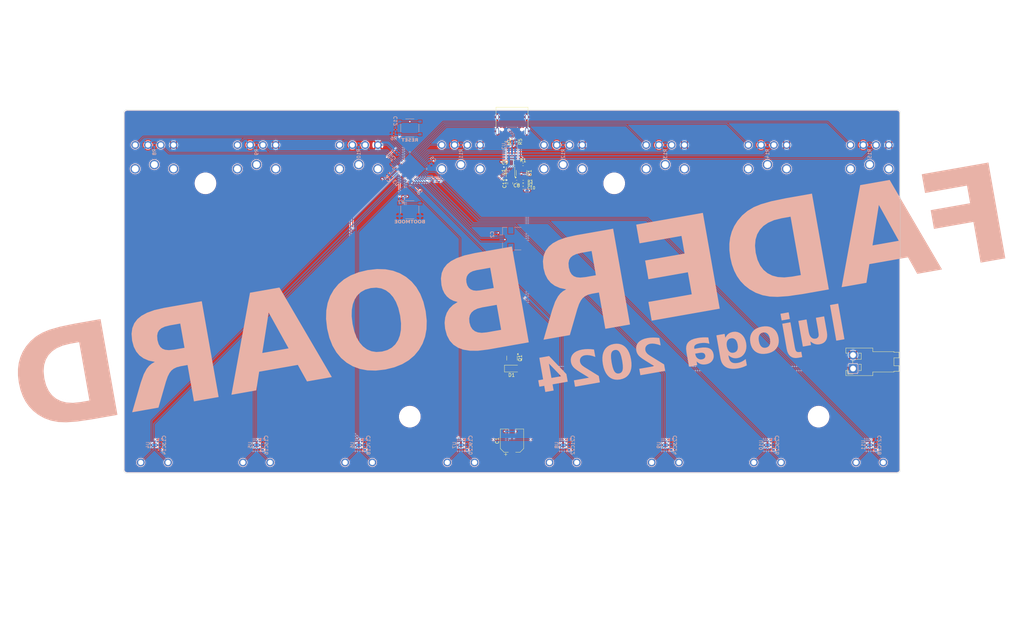
<source format=kicad_pcb>
(kicad_pcb
	(version 20240108)
	(generator "pcbnew")
	(generator_version "8.0")
	(general
		(thickness 1.6)
		(legacy_teardrops no)
	)
	(paper "A4")
	(layers
		(0 "F.Cu" signal)
		(31 "B.Cu" signal)
		(32 "B.Adhes" user "B.Adhesive")
		(33 "F.Adhes" user "F.Adhesive")
		(34 "B.Paste" user)
		(35 "F.Paste" user)
		(36 "B.SilkS" user "B.Silkscreen")
		(37 "F.SilkS" user "F.Silkscreen")
		(38 "B.Mask" user)
		(39 "F.Mask" user)
		(40 "Dwgs.User" user "User.Drawings")
		(41 "Cmts.User" user "User.Comments")
		(42 "Eco1.User" user "User.Eco1")
		(43 "Eco2.User" user "User.Eco2")
		(44 "Edge.Cuts" user)
		(45 "Margin" user)
		(46 "B.CrtYd" user "B.Courtyard")
		(47 "F.CrtYd" user "F.Courtyard")
		(48 "B.Fab" user)
		(49 "F.Fab" user)
		(50 "User.1" user)
		(51 "User.2" user)
		(52 "User.3" user)
		(53 "User.4" user)
		(54 "User.5" user)
		(55 "User.6" user)
		(56 "User.7" user)
		(57 "User.8" user)
		(58 "User.9" user)
	)
	(setup
		(stackup
			(layer "F.SilkS"
				(type "Top Silk Screen")
				(color "White")
			)
			(layer "F.Paste"
				(type "Top Solder Paste")
			)
			(layer "F.Mask"
				(type "Top Solder Mask")
				(color "Green")
				(thickness 0.01)
			)
			(layer "F.Cu"
				(type "copper")
				(thickness 0.035)
			)
			(layer "dielectric 1"
				(type "core")
				(thickness 1.51)
				(material "FR4")
				(epsilon_r 4.5)
				(loss_tangent 0.02)
			)
			(layer "B.Cu"
				(type "copper")
				(thickness 0.035)
			)
			(layer "B.Mask"
				(type "Bottom Solder Mask")
				(color "Green")
				(thickness 0.01)
			)
			(layer "B.Paste"
				(type "Bottom Solder Paste")
			)
			(layer "B.SilkS"
				(type "Bottom Silk Screen")
				(color "White")
			)
			(copper_finish "ENIG")
			(dielectric_constraints no)
		)
		(pad_to_mask_clearance 0)
		(allow_soldermask_bridges_in_footprints no)
		(pcbplotparams
			(layerselection 0x00010fc_ffffffff)
			(plot_on_all_layers_selection 0x0000000_00000000)
			(disableapertmacros no)
			(usegerberextensions no)
			(usegerberattributes yes)
			(usegerberadvancedattributes yes)
			(creategerberjobfile yes)
			(dashed_line_dash_ratio 12.000000)
			(dashed_line_gap_ratio 3.000000)
			(svgprecision 6)
			(plotframeref no)
			(viasonmask no)
			(mode 1)
			(useauxorigin no)
			(hpglpennumber 1)
			(hpglpenspeed 20)
			(hpglpendiameter 15.000000)
			(pdf_front_fp_property_popups yes)
			(pdf_back_fp_property_popups yes)
			(dxfpolygonmode yes)
			(dxfimperialunits yes)
			(dxfusepcbnewfont yes)
			(psnegative no)
			(psa4output no)
			(plotreference yes)
			(plotvalue yes)
			(plotfptext yes)
			(plotinvisibletext no)
			(sketchpadsonfab no)
			(subtractmaskfromsilk no)
			(outputformat 1)
			(mirror no)
			(drillshape 1)
			(scaleselection 1)
			(outputdirectory "")
		)
	)
	(net 0 "")
	(net 1 "VDC")
	(net 2 "GND")
	(net 3 "+3V3")
	(net 4 "Net-(U1-LX)")
	(net 5 "/NRST")
	(net 6 "/BOOT0")
	(net 7 "/USART1_RX")
	(net 8 "/USART1_TX")
	(net 9 "Net-(U1-BS)")
	(net 10 "unconnected-(RV1-MountPin-PadMP)")
	(net 11 "unconnected-(RV1-MountPin-PadMP)_0")
	(net 12 "unconnected-(RV1-MountPin-PadMP)_1")
	(net 13 "unconnected-(RV2-MountPin-PadMP)")
	(net 14 "unconnected-(RV2-MountPin-PadMP)_0")
	(net 15 "unconnected-(RV2-MountPin-PadMP)_1")
	(net 16 "unconnected-(RV3-MountPin-PadMP)")
	(net 17 "unconnected-(RV3-MountPin-PadMP)_0")
	(net 18 "unconnected-(RV3-MountPin-PadMP)_1")
	(net 19 "VBUS")
	(net 20 "Net-(U1-FB)")
	(net 21 "Net-(D1-A)")
	(net 22 "Net-(J1-D+-PadA6)")
	(net 23 "Net-(J1-CC1)")
	(net 24 "unconnected-(J1-SBU2-PadB8)")
	(net 25 "Net-(J1-D--PadA7)")
	(net 26 "Net-(J1-CC2)")
	(net 27 "unconnected-(J1-SBU1-PadA8)")
	(net 28 "unconnected-(J2-MountPin-PadMP)")
	(net 29 "unconnected-(J2-MountPin-PadMP)_0")
	(net 30 "Net-(U1-EN)")
	(net 31 "TOUCH1")
	(net 32 "TOUCH2")
	(net 33 "TOUCH3")
	(net 34 "unconnected-(RV4-MountPin-PadMP)")
	(net 35 "unconnected-(RV4-MountPin-PadMP)_0")
	(net 36 "unconnected-(RV4-MountPin-PadMP)_1")
	(net 37 "unconnected-(RV5-MountPin-PadMP)")
	(net 38 "unconnected-(RV5-MountPin-PadMP)_0")
	(net 39 "unconnected-(RV5-MountPin-PadMP)_1")
	(net 40 "unconnected-(RV6-MountPin-PadMP)")
	(net 41 "unconnected-(RV6-MountPin-PadMP)_0")
	(net 42 "unconnected-(RV6-MountPin-PadMP)_1")
	(net 43 "unconnected-(RV7-MountPin-PadMP)")
	(net 44 "unconnected-(RV7-MountPin-PadMP)_0")
	(net 45 "unconnected-(RV7-MountPin-PadMP)_1")
	(net 46 "unconnected-(RV8-MountPin-PadMP)")
	(net 47 "unconnected-(RV8-MountPin-PadMP)_0")
	(net 48 "unconnected-(RV8-MountPin-PadMP)_1")
	(net 49 "TOUCH4")
	(net 50 "TOUCH5")
	(net 51 "TOUCH6")
	(net 52 "TOUCH7")
	(net 53 "TOUCH8")
	(net 54 "/Faders and motor control/B1")
	(net 55 "ADC1")
	(net 56 "/Faders and motor control/A1")
	(net 57 "/Faders and motor control/A2")
	(net 58 "/Faders and motor control/B2")
	(net 59 "ADC2")
	(net 60 "ADC3")
	(net 61 "/Faders and motor control/B3")
	(net 62 "/Faders and motor control/A3")
	(net 63 "ADC4")
	(net 64 "/Faders and motor control/A4")
	(net 65 "/Faders and motor control/B4")
	(net 66 "ADC5")
	(net 67 "/Faders and motor control/A5")
	(net 68 "/Faders and motor control/B5")
	(net 69 "/Faders and motor control/B6")
	(net 70 "ADC6")
	(net 71 "/Faders and motor control/A6")
	(net 72 "/Faders and motor control/B7")
	(net 73 "/Faders and motor control/A7")
	(net 74 "ADC7")
	(net 75 "/Faders and motor control/A8")
	(net 76 "ADC8")
	(net 77 "/Faders and motor control/B8")
	(net 78 "PWM7")
	(net 79 "DIR1")
	(net 80 "PWM5")
	(net 81 "DIR6")
	(net 82 "PWM1")
	(net 83 "PWM3")
	(net 84 "DIR8")
	(net 85 "PWM6")
	(net 86 "PWM8")
	(net 87 "NSLEEP")
	(net 88 "PWM4")
	(net 89 "DIR7")
	(net 90 "PWM2")
	(net 91 "DIR2")
	(net 92 "/USB_D+")
	(net 93 "/USB_D-")
	(net 94 "SWDIO{slash}DIR5")
	(net 95 "SWCLK{slash}DIR4")
	(net 96 "DIR3")
	(footprint "Package_TO_SOT_SMD:SOT-23" (layer "F.Cu") (at 147.5 97.56 -90))
	(footprint "Capacitor_SMD:CP_Elec_6.3x7.7" (layer "F.Cu") (at 147.5 121.79 90))
	(footprint "faderboard:Fader_Alps_RSA0N11M9A0J" (layer "F.Cu") (at 72.5 35))
	(footprint "Capacitor_SMD:C_0805_2012Metric" (layer "F.Cu") (at 148.11 40.175 180))
	(footprint "Inductor_SMD:L_Sunlord_SWPA252012S" (layer "F.Cu") (at 147.065 42.8925 -90))
	(footprint "Package_TO_SOT_SMD:SOT-23-6" (layer "F.Cu") (at 150.3 43.205 90))
	(footprint "faderboard:Fader_Alps_RSA0N11M9A0J" (layer "F.Cu") (at 222.5 35))
	(footprint "Capacitor_SMD:C_0402_1005Metric" (layer "F.Cu") (at 150.775 47.595))
	(footprint "Capacitor_SMD:C_0402_1005Metric" (layer "F.Cu") (at 148.87 45.715 180))
	(footprint "Capacitor_SMD:C_0805_2012Metric" (layer "F.Cu") (at 146.98 46.2425 -90))
	(footprint "faderboard:Fader_Alps_RSA0N11M9A0J" (layer "F.Cu") (at 42.5 35))
	(footprint "MountingHole:MountingHole_3.2mm_M3" (layer "F.Cu") (at 117.5 114.75))
	(footprint "MountingHole:MountingHole_3.2mm_M3" (layer "F.Cu") (at 177.5 46.25))
	(footprint "faderboard:Fader_Alps_RSA0N11M9A0J" (layer "F.Cu") (at 252.5 35))
	(footprint "Resistor_SMD:R_0402_1005Metric" (layer "F.Cu") (at 150.775 45.725 180))
	(footprint "faderboard:Fader_Alps_RSA0N11M9A0J" (layer "F.Cu") (at 162.5 35))
	(footprint "Resistor_SMD:R_0402_1005Metric" (layer "F.Cu") (at 150.74 40.685))
	(footprint "Resistor_SMD:R_0402_1005Metric" (layer "F.Cu") (at 148.75 34.04 -90))
	(footprint "faderboard:Fader_Alps_RSA0N11M9A0J" (layer "F.Cu") (at 102.5 35))
	(footprint "MountingHole:MountingHole_3.2mm_M3" (layer "F.Cu") (at 57.5 46.25))
	(footprint "Connector_USB:USB_C_Receptacle_HRO_TYPE-C-31-M-12" (layer "F.Cu") (at 147.5 27.84 180))
	(footprint "Connector_JST:JST_VH_S2P-VH_1x02_P3.96mm_Horizontal" (layer "F.Cu") (at 247.625 100.63 90))
	(footprint "faderboard:Fader_Alps_RSA0N11M9A0J" (layer "F.Cu") (at 132.5 35))
	(footprint "Resistor_SMD:R_0402_1005Metric" (layer "F.Cu") (at 150.775 46.665))
	(footprint "Diode_SMD:D_SOD-123F" (layer "F.Cu") (at 147.5 100.63))
	(footprint "Resistor_SMD:R_0402_1005Metric" (layer "F.Cu") (at 145.75 34.04 -90))
	(footprint "faderboard:Fader_Alps_RSA0N11M9A0J" (layer "F.Cu") (at 192.5 35))
	(footprint "MountingHole:MountingHole_3.2mm_M3" (layer "F.Cu") (at 237.5 114.75))
	(footprint "Package_SON:WSON-8-1EP_2x2mm_P0.5mm_EP0.9x1.6mm_ThermalVias" (layer "B.Cu") (at 252.5 123.1 90))
	(footprint "Capacitor_SMD:C_0402_1005Metric" (layer "B.Cu") (at 224.21 122.19 -90))
	(footprint "faderboard:Jushuo_AFC01-S04FCx-00_1x04-1MP_P0.50mm_Horizontal" (layer "B.Cu") (at 147.5 62.5 -90))
	(footprint "Resistor_SMD:R_0402_1005Metric" (layer "B.Cu") (at 112.78 31.875))
	(footprint "Package_SON:WSON-8-1EP_2x2mm_P0.5mm_EP0.9x1.6mm_ThermalVias" (layer "B.Cu") (at 102.5 123.1 90))
	(footprint "Capacitor_SMD:C_0402_1005Metric" (layer "B.Cu") (at 224.21 124.01 90))
	(footprint "Capacitor_SMD:C_0402_1005Metric" (layer "B.Cu") (at 194.21 122.19 -90))
	(footprint "Capacitor_SMD:C_0402_1005Metric" (layer "B.Cu") (at 104.21 124.01 90))
	(footprint "Package_SON:WSON-8-1EP_2x2mm_P0.5mm_EP0.9x1.6mm_ThermalVias"
		(layer "B.Cu")
		(uuid "3a87fa2e-2783-4786-bb91-75bddbfaa829")
		(at 132.5 123.1 90)
		(descr "8-Lead Plastic WSON, 2x2mm Body, 0.5mm Pitch, WSON-8, http://www.ti.com/lit/ds/symlink/lm27761.pdf")
		(tags "WSON 8 1EP ThermalVias")
		(property "Reference" "U7"
			(at 0 -1.9 -90)
			(layer "B.SilkS")
			(uuid "f2b7fdee-81de-4742-a2e9-73168582ff74")
			(effects
				(font
					(size 1 1)
					(thickness 0.15)
				)
				(justify mirror)
			)
		)
		(property "Value" "DRV8838"
			(at 0.01 -2.14 -90)
			(layer "B.Fab")
			(uuid "a923cc21-fbbd-4f27-a7cb-4b9dd710e8d5")
			(effects
				(font
					(size 1 1)
					(thickness 0.15)
				)
				(justify mirror)
			)
		)
		(property "Footprint" "Package_SON:WSON-8-1EP_2x2mm_P0.5mm_EP0.9x1.6mm_ThermalVias"
			(at 0 0 -90)
			(unlocked yes)
			(layer "B.Fab")
			(hide yes)
			(uuid "dc0b0bbd-aceb-4a9e-80de-8112ed901dbc")
			(effects
				(font
					(size 1.27 1.27)
					(thickness 0.15)
				)
				(justify mirror)
			)
		)
		(property "Datasheet" "http://www.ti.com/lit/ds/symlink/drv8837.pdf"
			(at 0 0 -90)
			(unlocked yes)
			(layer "B.Fab")
			(hide yes)
			(uuid "b154cd45-0676-42fb-adde-07af963c4583")
			(effects
				(font
					(size 1.27 1.27)
					(thickness 0.15)
				)
				(justify mirror)
			)
		)
		(property "Description" "H-Bridge driver, 1.8A, Low Voltage, PH/EN input, WSON-8"
			(at 0 0 -90)
			(unlocked yes)
			(layer "B.Fab")
			(hide yes)
			(uuid "1948780d-d1e4-4d08-9870-c8db7a48c06a")
			(effects
				(font
					(size 1.27 1.27)
					(thickness 0.15)
				)
				(justify mirror)
			)
		)
		(property ki_fp_filters "WSON*1EP*2x2mm*P0.5mm*")
		(path "/7e98d2d8-242d-4e31-bdce-eea112b90cb9/f40fa12b-d48a-4c6d-a008-2a0b1063af08")
		(sheetname "Faders and motor control")
		(sheetfile "faders.kicad_sch")
		(attr smd)
		(fp_line
			(start 1 -1.14)
			(end -1 -1.14)
			(stroke
				(width 0.12)
				(type solid)
			)
			(layer "B.SilkS")
			(uuid "ac5ecf47-5fa5-4afc-8502-3c220987f39c")
		)
		(fp_line
			(start 0.99 1.14)
			(end -1.01 1.14)
			(stroke
				(width 0.12)
				(type solid)
			)
			(layer "B.SilkS")
			(uuid "45147fb2-acc2-4560-ab03-e8d025f780a5")
		)
		(fp_poly
			(pts
				(xy -1.37 1.07) (xy -1.65 1.07) (xy -1.37 1.35) (xy -1.37 1.07)
			)
			(stroke
				(width 0.12)
				(type solid)
			)
			(fill solid)
			(layer "B.SilkS")
			(uuid "dd84f7e7-b51d-4bdb-84aa-8187ad9795ab")
		)
		(fp_line
			(start 1.6 -1.25)
			(end -1.6 -1.25)
			(stroke
				(width 0.05)
				(type solid)
			)
			(layer "B.CrtYd")
			(uuid "161b3adc-392f-4afb-bd6e-4187335410ca")
		)
		(fp_line
			(start 1.6 -1.25)
			(end 1.6 1.25)
			(stroke
				(width 0.05)
				(type solid)
			)
			(layer "B.CrtYd")
			(uuid "93d715d0-69ec-4782-8d71-bcb642ba1920")
		)
		(fp_line
			(start -1.6 -1.25)
			(end -1.6 1.25)
			(stroke
				(width 0.05)
				(type solid)
			)
			(layer "B.CrtYd")
			(uuid "7212b1d5-b70b-4cb5-966a-77990a100cc4")
		)
		(fp_line
			(start 1.6 1.25)
			(end -1.6 1.25)
			(stroke
				(width 0.05)
				(type solid)
			)
			(layer "B.CrtYd")
			(uuid "88608835-c5cb-423e-a39b-744f1de4eae5")
		)
		(fp_line
			(start 1 -1)
			(end 1 1)
			(stroke
				(width 0.1)
				(type solid)
			)
			(layer "B.Fab")
			(uuid "76861bda-b166-41cd-8c4b-f6ed017cf074")
		)
		(fp_line
			(start -1 -1)
			(end 1 -1)
			(stroke
				(width 0.1)
				(type solid)
			)
			(layer "B.Fab")
			(uuid "6de03afd-4cbd-4071-b311-c9938569a96e")
		)
		(fp_line
			(start -1 0.5)
			(end -1 -1)
			(stroke
				(width 0.1)
				(type solid)
			)
			(layer "B.Fab")
			(uuid "b6bbcb8f-cfb9-4425-aa9e-44224e8a5ed9")
		)
		(fp_line
			(start -1 0.5)
			(end -0.5 1)
			(stroke
				(width 0.1)
				(type solid)
			)
			(layer "B.Fab")
			(uuid "fe6bb5f7-2d86-410b-9796-5acdb7be9c4f")
		)
		(fp_line
			(start 1 1)
			(end -0.5 1)
			(stroke
				(width 0.1)
				(type solid)
			)
			(layer "B.Fab")
			(uuid "b540d12a-33d0-4a34-9262-61812c4bd8a0")
		)
		(fp_text user "${REFERENCE}"
			(at 0 0 -90)
			(layer "B.Fab")
			(uuid "49cf857a-c441-4cb6-bca9-62afb6994d2a")
			(effects
				(font
					(size 0.7 0.7)
					(thickness 0.1)
				)
				(justify mirror)
			)
		)
		(pad "" smd rect
			(at 0 -0.4 90)
			(size 0.75 0.65)
			(layers "B.Paste")
			(uuid "3e478de3-efdf-48ec-91ce-c90947725707")
		)
		(pad "" smd rect
			(at 0 0.4 90)
			(size 0.75 0.65)
			(layers "B.Paste")
			(uuid "620f942c-f40e-4e18-aefd-682c78252fef")
		)
		(pad "1" smd roundrect
			(at -0.95 0.75 90)
			(size 0.5 0.25)
			(layers "B.Cu" "B.Paste" "B.Mask")
			(roundrect_rratio 0.25)
			(net 1 "VDC")
			(pinfunction "VM")
			(pintype "power_in")
			(uuid "52e4ba0d-b520-4ee7-a63f-c3ebcf701571")
		)
		(pad "2" smd roundrect
			(at -0.95 0.25 90)
			(size 0.5 0.25)
			(layers "B.Cu" "B.Paste" "B.Mask")
			(roundrect_rratio 0.25)
			(net 64 "/Faders and motor control/A4")
			(pinfunction "OUT1")
			(pintype "output")
			(uuid "8c5711c6-2af5-400d-8dbb-0f03ea058a00")
		)
		(pad "3" smd roundrect
			(at -0.95 -0.25 90)
			(size 0.5 0.25)
			(layers "B.Cu" "B.Paste" "B.Mask")
			(roundrect_rratio 0.25)
			(net 65 "/Faders and motor control/B4")
			(pinfunction "OUT2")
			(pintype "output")
			(uuid "68a2a6af-4454-4803-9081-06f8fe19c06d")
		)
		(pad "4" smd roundrect
			(at -0.95 -0.75 90)
			(size 0.5 0.25)
			(layers "B.Cu" "B.Paste" "B.Mask")
			(roundrect_rratio 0.25)
			(net 2 "GND")
			(pinfunction "GND")
			(pintype "power_in")
			(uuid "caa83fb0-f7cf-406e-b2e2-8d01ff3dc83f")
		)
		(pad "5" smd roundrect
			(at 0.95 -0.75 90)
			(size 0.5 0.25)
			(lay
... [827445 chars truncated]
</source>
